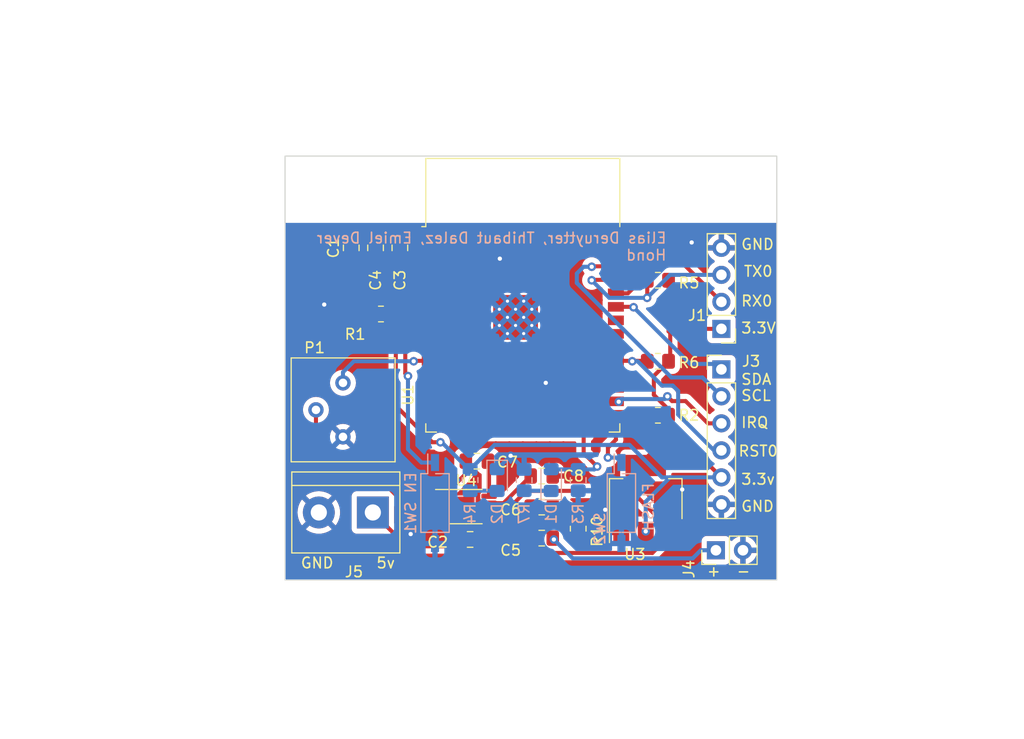
<source format=kicad_pcb>
(kicad_pcb (version 20221018) (generator pcbnew)
  (layers (0 "F.Cu" signal) (31 "B.Cu" signal) (34 "B.Paste" user) (35 "F.Paste" user) (36 "B.SilkS" user "B.Silkscreen") (37 "F.SilkS" user "F.Silkscreen") (38 "B.Mask" user) (39 "F.Mask" user) (44 "Edge.Cuts" user))
  (net 0 "")
  (net 1 "+3.3V")
  (net 2 "GND")
  (net 3 "VDD")
  (net 4 "Net-(D1-K)")
  (net 5 "GPIO2")
  (net 6 "Net-(D2-A)")
  (net 7 "RX0")
  (net 8 "TX0")
  (net 9 "/EN")
  (net 10 "GPIO0")
  (net 11 "GPIO5")
  (net 12 "Net-(C5-Pad1)")
  (net 13 "Net-(J4-Pin_1)")
  (net 14 "Net-(C6-Pad2)")
  (net 15 "Net-(C7-Pad1)")
  (net 16 "Net-(C7-Pad2)")
  (net 17 "Net-(U4-BYPASS)")
  (net 18 "A8")
  (net 19 "Net-(U4-+)")
  (net 31 "GPIO4")
  (net 37 "GPIO21")
  (net 38 "GPIO22")
  (footprint "RF_Module:ESP32-WROOM-32" (layer "F.Cu") (at 125.095 64.852)
    (fp_text reference "U1" (at -10.795 6.395 90) (layer "F.SilkS"))
    (fp_text value "ESP32-WROOM-32")
    (fp_line (start -9.12 -15.86) (end -9.12 -9.445) (stroke (width 0.12)) (layer "F.SilkS"))
    (fp_line (start -9.12 -15.86) (end 9.12 -15.86) (stroke (width 0.12)) (layer "F.SilkS"))
    (fp_line (start -9.12 -9.445) (end -9.5 -9.445) (stroke (width 0.12)) (layer "F.SilkS"))
    (fp_line (start -9.12 9.1) (end -9.12 9.88) (stroke (width 0.12)) (layer "F.SilkS"))
    (fp_line (start -9.12 9.88) (end -8.12 9.88) (stroke (width 0.12)) (layer "F.SilkS"))
    (fp_line (start 9.12 -15.86) (end 9.12 -9.445) (stroke (width 0.12)) (layer "F.SilkS"))
    (fp_line (start 9.12 9.1) (end 9.12 9.88) (stroke (width 0.12)) (layer "F.SilkS"))
    (fp_line (start 9.12 9.88) (end 8.12 9.88) (stroke (width 0.12)) (layer "F.SilkS"))
    (pad "1" smd rect (at -8.75 -8.25) (size 1.5 0.9) (layers "F.Cu" "F.Paste" "F.Mask") (net 2 "GND"))
    (pad "2" smd rect (at -8.75 -6.98) (size 1.5 0.9) (layers "F.Cu" "F.Paste" "F.Mask") (net 1 "+3.3V"))
    (pad "3" smd rect (at -8.75 -5.71) (size 1.5 0.9) (layers "F.Cu" "F.Paste" "F.Mask") (net 9 "/EN"))
    (pad "4" smd rect (at -8.75 -4.44) (size 1.5 0.9) (layers "F.Cu" "F.Paste" "F.Mask"))
    (pad "5" smd rect (at -8.75 -3.17) (size 1.5 0.9) (layers "F.Cu" "F.Paste" "F.Mask"))
    (pad "6" smd rect (at -8.75 -1.9) (size 1.5 0.9) (layers "F.Cu" "F.Paste" "F.Mask"))
    (pad "7" smd rect (at -8.75 -0.63) (size 1.5 0.9) (layers "F.Cu" "F.Paste" "F.Mask"))
    (pad "8" smd rect (at -8.75 0.64) (size 1.5 0.9) (layers "F.Cu" "F.Paste" "F.Mask"))
    (pad "9" smd rect (at -8.75 1.91) (size 1.5 0.9) (layers "F.Cu" "F.Paste" "F.Mask"))
    (pad "10" smd rect (at -8.75 3.18) (size 1.5 0.9) (layers "F.Cu" "F.Paste" "F.Mask") (net 18 "A8"))
    (pad "11" smd rect (at -8.75 4.45) (size 1.5 0.9) (layers "F.Cu" "F.Paste" "F.Mask"))
    (pad "12" smd rect (at -8.75 5.72) (size 1.5 0.9) (layers "F.Cu" "F.Paste" "F.Mask"))
    (pad "13" smd rect (at -8.75 6.99) (size 1.5 0.9) (layers "F.Cu" "F.Paste" "F.Mask"))
    (pad "14" smd rect (at -8.75 8.26) (size 1.5 0.9) (layers "F.Cu" "F.Paste" "F.Mask"))
    (pad "15" smd rect (at -5.71 9.51 90) (size 1.5 0.9) (layers "F.Cu" "F.Paste" "F.Mask") (net 2 "GND"))
    (pad "16" smd rect (at -4.44 9.51 90) (size 1.5 0.9) (layers "F.Cu" "F.Paste" "F.Mask"))
    (pad "17" smd rect (at -3.17 9.51 90) (size 1.5 0.9) (layers "F.Cu" "F.Paste" "F.Mask"))
    (pad "18" smd rect (at -1.9 9.51 90) (size 1.5 0.9) (layers "F.Cu" "F.Paste" "F.Mask"))
    (pad "19" smd rect (at -0.63 9.51 90) (size 1.5 0.9) (layers "F.Cu" "F.Paste" "F.Mask"))
    (pad "20" smd rect (at 0.64 9.51 90) (size 1.5 0.9) (layers "F.Cu" "F.Paste" "F.Mask"))
    (pad "21" smd rect (at 1.91 9.51 90) (size 1.5 0.9) (layers "F.Cu" "F.Paste" "F.Mask"))
    (pad "22" smd rect (at 3.18 9.51 90) (size 1.5 0.9) (layers "F.Cu" "F.Paste" "F.Mask"))
    (pad "23" smd rect (at 4.45 9.51 90) (size 1.5 0.9) (layers "F.Cu" "F.Paste" "F.Mask"))
    (pad "24" smd rect (at 5.72 9.51 90) (size 1.5 0.9) (layers "F.Cu" "F.Paste" "F.Mask") (net 5 "GPIO2"))
    (pad "25" smd rect (at 8.75 8.26) (size 1.5 0.9) (layers "F.Cu" "F.Paste" "F.Mask") (net 10 "GPIO0"))
    (pad "26" smd rect (at 8.75 6.99) (size 1.5 0.9) (layers "F.Cu" "F.Paste" "F.Mask") (net 31 "GPIO4"))
    (pad "27" smd rect (at 8.75 5.72) (size 1.5 0.9) (layers "F.Cu" "F.Paste" "F.Mask"))
    (pad "28" smd rect (at 8.75 4.45) (size 1.5 0.9) (layers "F.Cu" "F.Paste" "F.Mask"))
    (pad "29" smd rect (at 8.75 3.18) (size 1.5 0.9) (layers "F.Cu" "F.Paste" "F.Mask") (net 11 "GPIO5"))
    (pad "30" smd rect (at 8.75 1.91) (size 1.5 0.9) (layers "F.Cu" "F.Paste" "F.Mask"))
    (pad "31" smd rect (at 8.75 0.64) (size 1.5 0.9) (layers "F.Cu" "F.Paste" "F.Mask"))
    (pad "32" smd rect (at 8.75 -0.63) (size 1.5 0.9) (layers "F.Cu" "F.Paste" "F.Mask"))
    (pad "33" smd rect (at 8.75 -1.9) (size 1.5 0.9) (layers "F.Cu" "F.Paste" "F.Mask") (net 37 "GPIO21"))
    (pad "34" smd rect (at 8.75 -3.17) (size 1.5 0.9) (layers "F.Cu" "F.Paste" "F.Mask") (net 7 "RX0"))
    (pad "35" smd rect (at 8.75 -4.44) (size 1.5 0.9) (layers "F.Cu" "F.Paste" "F.Mask") (net 8 "TX0"))
    (pad "36" smd rect (at 8.75 -5.71) (size 1.5 0.9) (layers "F.Cu" "F.Paste" "F.Mask") (net 38 "GPIO22"))
    (pad "37" smd rect (at 8.75 -6.98) (size 1.5 0.9) (layers "F.Cu" "F.Paste" "F.Mask"))
    (pad "38" smd rect (at 8.75 -8.25) (size 1.5 0.9) (layers "F.Cu" "F.Paste" "F.Mask") (net 2 "GND"))
    (pad "39" smd rect (at -2.205 -2.435) (size 1.05 1.05) (layers "F.Cu" "F.Paste") (net 2 "GND"))
    (pad "39" thru_hole circle (at -2.205 -1.6725) (size 0.6 0.6) (drill 0.3) (property pad_prop_heatsink) (layers "*.Cu" "F.Mask") (net 2 "GND"))
    (pad "39" smd rect (at -2.205 -0.91) (size 1.05 1.05) (layers "F.Cu" "F.Paste") (net 2 "GND"))
    (pad "39" thru_hole circle (at -2.205 -0.1475) (size 0.6 0.6) (drill 0.3) (property pad_prop_heatsink) (layers "*.Cu" "F.Mask") (net 2 "GND"))
    (pad "39" smd rect (at -2.205 0.615) (size 1.05 1.05) (layers "F.Cu" "F.Paste") (net 2 "GND"))
    (pad "39" thru_hole circle (at -1.4425 -2.435) (size 0.6 0.6) (drill 0.3) (property pad_prop_heatsink) (layers "*.Cu" "F.Mask") (net 2 "GND"))
    (pad "39" thru_hole circle (at -1.4425 -0.91) (size 0.6 0.6) (drill 0.3) (property pad_prop_heatsink) (layers "*.Cu" "F.Mask") (net 2 "GND"))
    (pad "39" thru_hole circle (at -1.4425 0.615) (size 0.6 0.6) (drill 0.3) (property pad_prop_heatsink) (layers "*.Cu" "F.Mask") (net 2 "GND"))
    (pad "39" smd rect (at -0.68 -2.435) (size 1.05 1.05) (layers "F.Cu" "F.Paste") (net 2 "GND"))
    (pad "39" thru_hole circle (at -0.68 -1.6725) (size 0.6 0.6) (drill 0.3) (property pad_prop_heatsink) (layers "*.Cu" "F.Mask") (net 2 "GND"))
    (pad "39" smd rect (at -0.68 -0.91) (size 1.05 1.05) (layers "F.Cu" "F.Paste") (net 2 "GND"))
    (pad "39" smd rect (at -0.68 -0.91) (size 4.2 4.2) (layers "F.Cu" "F.Mask") (net 2 "GND"))
    (pad "39" thru_hole circle (at -0.68 -0.1475) (size 0.6 0.6) (drill 0.3) (property pad_prop_heatsink) (layers "*.Cu" "F.Mask") (net 2 "GND"))
    (pad "39" smd rect (at -0.68 0.615) (size 1.05 1.05) (layers "F.Cu" "F.Paste") (net 2 "GND"))
    (pad "39" thru_hole circle (at 0.0825 -2.435) (size 0.6 0.6) (drill 0.3) (property pad_prop_heatsink) (layers "*.Cu" "F.Mask") (net 2 "GND"))
    (pad "39" thru_hole circle (at 0.0825 -0.91) (size 0.6 0.6) (drill 0.3) (property pad_prop_heatsink) (layers "*.Cu" "F.Mask") (net 2 "GND"))
    (pad "39" thru_hole circle (at 0.0825 0.615) (size 0.6 0.6) (drill 0.3) (property pad_prop_heatsink) (layers "*.Cu" "F.Mask") (net 2 "GND"))
    (pad "39" smd rect (at 0.845 -2.435) (size 1.05 1.05) (layers "F.Cu" "F.Paste") (net 2 "GND"))
    (pad "39" thru_hole circle (at 0.845 -1.6725) (size 0.6 0.6) (drill 0.3) (property pad_prop_heatsink) (layers "*.Cu" "F.Mask") (net 2 "GND"))
    (pad "39" smd rect (at 0.845 -0.91) (size 1.05 1.05) (layers "F.Cu" "F.Paste") (net 2 "GND"))
    (pad "39" thru_hole circle (at 0.845 -0.1475) (size 0.6 0.6) (drill 0.3) (property pad_prop_heatsink) (layers "*.Cu" "F.Mask") (net 2 "GND"))
    (pad "39" smd rect (at 0.845 0.615) (size 1.05 1.05) (layers "F.Cu" "F.Paste") (net 2 "GND"))
    (zone (net 0) (net_name "") (layers "F.Cu" "In1.Cu" "B.Cu") (connect_pads (clearance 0)) (min_thickness 0.254)
      (keepout (tracks not_allowed) (vias not_allowed) (pads not_allowed) (copperpour not_allowed) (footprints not_allowed))
      (fill (thermal_gap 0.508) (thermal_bridge_width 0.508))
      (polygon (pts (xy 101.095 55.052) (xy 149.095 55.052) (xy 149.095 34.112) (xy 101.095 34.112)))
    )
  )
  (footprint "Connector_PinHeader_2.54mm:PinHeader_1x06_P2.54mm_Vertical" (layer "F.Cu") (at 143.764 68.834)
    (fp_text reference "J3" (at 2.794 -0.762) (layer "F.SilkS"))
    (fp_text value "Conn_01x06_Pin")
    (fp_line (start -1.33 -1.33) (end 0 -1.33) (stroke (width 0.12)) (layer "F.SilkS"))
    (fp_line (start -1.33 0) (end -1.33 -1.33) (stroke (width 0.12)) (layer "F.SilkS"))
    (fp_line (start -1.33 1.27) (end -1.33 14.03) (stroke (width 0.12)) (layer "F.SilkS"))
    (fp_line (start -1.33 1.27) (end 1.33 1.27) (stroke (width 0.12)) (layer "F.SilkS"))
    (fp_line (start -1.33 14.03) (end 1.33 14.03) (stroke (width 0.12)) (layer "F.SilkS"))
    (fp_line (start 1.33 1.27) (end 1.33 14.03) (stroke (width 0.12)) (layer "F.SilkS"))
    (pad "1" thru_hole rect (at 0 0) (size 1.7 1.7) (drill 1) (layers "*.Cu" "*.Mask") (net 37 "GPIO21"))
    (pad "2" thru_hole oval (at 0 2.54) (size 1.7 1.7) (drill 1) (layers "*.Cu" "*.Mask") (net 38 "GPIO22"))
    (pad "3" thru_hole oval (at 0 5.08) (size 1.7 1.7) (drill 1) (layers "*.Cu" "*.Mask") (net 31 "GPIO4"))
    (pad "4" thru_hole oval (at 0 7.62) (size 1.7 1.7) (drill 1) (layers "*.Cu" "*.Mask") (net 11 "GPIO5"))
    (pad "5" thru_hole oval (at 0 10.16) (size 1.7 1.7) (drill 1) (layers "*.Cu" "*.Mask") (net 1 "+3.3V"))
    (pad "6" thru_hole oval (at 0 12.7) (size 1.7 1.7) (drill 1) (layers "*.Cu" "*.Mask") (net 2 "GND"))
  )
  (footprint "Capacitor_SMD:C_0805_2012Metric_Pad1.18x1.45mm_HandSolder" (layer "F.Cu") (at 120.142 84.836 180)
    (fp_text reference "C2" (at 3.048 -0.254) (layer "F.SilkS"))
    (fp_text value "10uF")
    (fp_line (start -0.261252 -0.735) (end 0.261252 -0.735) (stroke (width 0.12)) (layer "F.SilkS"))
    (fp_line (start -0.261252 0.735) (end 0.261252 0.735) (stroke (width 0.12)) (layer "F.SilkS"))
    (pad "1" smd roundrect (at -1.0375 0 180) (size 1.175 1.45) (layers "F.Cu" "F.Paste" "F.Mask") (roundrect_rratio 0.2127659574) (net 3 "VDD"))
    (pad "2" smd roundrect (at 1.0375 0 180) (size 1.175 1.45) (layers "F.Cu" "F.Paste" "F.Mask") (roundrect_rratio 0.2127659574) (net 2 "GND"))
  )
  (footprint "Package_TO_SOT_SMD:SOT-223-3_TabPin2" (layer "F.Cu") (at 136.652 81.026 90)
    (fp_text reference "U3" (at -5.207 -1.016 180) (layer "F.SilkS"))
    (fp_text value "AMS1117-3.3")
    (fp_line (start -4.1 -3.41) (end 1.91 -3.41) (stroke (width 0.12)) (layer "F.SilkS"))
    (fp_line (start -1.85 3.41) (end 1.91 3.41) (stroke (width 0.12)) (layer "F.SilkS"))
    (fp_line (start 1.91 -3.41) (end 1.91 -2.15) (stroke (width 0.12)) (layer "F.SilkS"))
    (fp_line (start 1.91 3.41) (end 1.91 2.15) (stroke (width 0.12)) (layer "F.SilkS"))
    (pad "1" smd rect (at -3.15 -2.3 90) (size 2 1.5) (layers "F.Cu" "F.Paste" "F.Mask") (net 2 "GND"))
    (pad "2" smd rect (at -3.15 0 90) (size 2 1.5) (layers "F.Cu" "F.Paste" "F.Mask") (net 1 "+3.3V"))
    (pad "2" smd rect (at 3.15 0 90) (size 2 3.8) (layers "F.Cu" "F.Paste" "F.Mask") (net 1 "+3.3V"))
    (pad "3" smd rect (at -3.15 2.3 90) (size 2 1.5) (layers "F.Cu" "F.Paste" "F.Mask") (net 3 "VDD"))
  )
  (footprint "Capacitor_SMD:C_0805_2012Metric_Pad1.18x1.45mm_HandSolder" (layer "F.Cu") (at 126.873 81.788)
    (fp_text reference "C6" (at -2.921 0.254) (layer "F.SilkS"))
    (fp_text value "10p")
    (fp_line (start -0.261252 -0.735) (end 0.261252 -0.735) (stroke (width 0.12)) (layer "F.SilkS"))
    (fp_line (start -0.261252 0.735) (end 0.261252 0.735) (stroke (width 0.12)) (layer "F.SilkS"))
    (pad "1" smd roundrect (at -1.0375 0) (size 1.175 1.45) (layers "F.Cu" "F.Paste" "F.Mask") (roundrect_rratio 0.2127659574) (net 12 "Net-(C5-Pad1)"))
    (pad "2" smd roundrect (at 1.0375 0) (size 1.175 1.45) (layers "F.Cu" "F.Paste" "F.Mask") (roundrect_rratio 0.2127659574) (net 14 "Net-(C6-Pad2)"))
  )
  (footprint "Resistor_SMD:R_0805_2012Metric_Pad1.20x1.40mm_HandSolder" (layer "F.Cu") (at 111.76 63.627)
    (fp_text reference "R1" (at -2.428 1.905) (layer "F.SilkS"))
    (fp_text value "10K")
    (fp_line (start -0.227064 -0.735) (end 0.227064 -0.735) (stroke (width 0.12)) (layer "F.SilkS"))
    (fp_line (start -0.227064 0.735) (end 0.227064 0.735) (stroke (width 0.12)) (layer "F.SilkS"))
    (pad "1" smd roundrect (at -1 0) (size 1.2 1.4) (layers "F.Cu" "F.Paste" "F.Mask") (roundrect_rratio 0.2083333333) (net 1 "+3.3V"))
    (pad "2" smd roundrect (at 1 0) (size 1.2 1.4) (layers "F.Cu" "F.Paste" "F.Mask") (roundrect_rratio 0.2083333333) (net 9 "/EN"))
  )
  (footprint "Connector_PinHeader_2.54mm:PinHeader_1x02_P2.54mm_Vertical" (layer "F.Cu") (at 143.251 85.852 90)
    (fp_text reference "J4" (at -1.778 -2.535 90) (layer "F.SilkS"))
    (fp_text value "Conn_01x02_Pin")
    (fp_line (start -1.33 -1.33) (end 0 -1.33) (stroke (width 0.12)) (layer "F.SilkS"))
    (fp_line (start -1.33 0) (end -1.33 -1.33) (stroke (width 0.12)) (layer "F.SilkS"))
    (fp_line (start -1.33 1.27) (end -1.33 3.87) (stroke (width 0.12)) (layer "F.SilkS"))
    (fp_line (start -1.33 1.27) (end 1.33 1.27) (stroke (width 0.12)) (layer "F.SilkS"))
    (fp_line (start -1.33 3.87) (end 1.33 3.87) (stroke (width 0.12)) (layer "F.SilkS"))
    (fp_line (start 1.33 1.27) (end 1.33 3.87) (stroke (width 0.12)) (layer "F.SilkS"))
    (pad "1" thru_hole rect (at 0 0 90) (size 1.7 1.7) (drill 1) (layers "*.Cu" "*.Mask") (net 13 "Net-(J4-Pin_1)"))
    (pad "2" thru_hole oval (at 0 2.54 90) (size 1.7 1.7) (drill 1) (layers "*.Cu" "*.Mask") (net 2 "GND"))
  )
  (footprint "Package_SO:HVSSOP-8-1EP_3x3mm_P0.65mm_EP1.57x1.89mm" (layer "F.Cu") (at 119.77 81.747)
    (fp_text reference "U4" (at 0 -2.45) (layer "F.SilkS"))
    (fp_text value "LM386")
    (fp_line (start 0 -1.61) (end -2.875 -1.61) (stroke (width 0.12)) (layer "F.SilkS"))
    (fp_line (start 0 -1.61) (end 1.5 -1.61) (stroke (width 0.12)) (layer "F.SilkS"))
    (fp_line (start 0 1.61) (end -1.5 1.61) (stroke (width 0.12)) (layer "F.SilkS"))
    (fp_line (start 0 1.61) (end 1.5 1.61) (stroke (width 0.12)) (layer "F.SilkS"))
    (pad "1" smd roundrect (at -2.15 -0.975) (size 1.45 0.5) (layers "F.Cu" "F.Paste" "F.Mask") (net 15 "Net-(C7-Pad1)"))
    (pad "2" smd roundrect (at -2.15 -0.325) (size 1.45 0.5) (layers "F.Cu" "F.Paste" "F.Mask") (net 2 "GND"))
    (pad "3" smd roundrect (at -2.15 0.325) (size 1.45 0.5) (layers "F.Cu" "F.Paste" "F.Mask") (net 19 "Net-(U4-+)"))
    (pad "4" smd roundrect (at -2.15 0.975) (size 1.45 0.5) (layers "F.Cu" "F.Paste" "F.Mask") (net 2 "GND"))
    (pad "5" smd roundrect (at 2.15 0.975) (size 1.45 0.5) (layers "F.Cu" "F.Paste" "F.Mask") (net 12 "Net-(C5-Pad1)"))
    (pad "6" smd roundrect (at 2.15 0.325) (size 1.45 0.5) (layers "F.Cu" "F.Paste" "F.Mask") (net 3 "VDD"))
    (pad "7" smd roundrect (at 2.15 -0.325) (size 1.45 0.5) (layers "F.Cu" "F.Paste" "F.Mask") (net 17 "Net-(U4-BYPASS)"))
    (pad "8" smd roundrect (at 2.15 -0.975) (size 1.45 0.5) (layers "F.Cu" "F.Paste" "F.Mask") (net 16 "Net-(C7-Pad2)"))
    (pad "9" smd rect (at 0 0) (size 1.57 1.89) (layers "F.Cu" "F.Mask"))
  )
  (footprint "Resistor_SMD:R_0805_2012Metric_Pad1.20x1.40mm_HandSolder" (layer "F.Cu") (at 137.795 73.152 180)
    (fp_text reference "R2" (at -2.921 0) (layer "F.SilkS"))
    (fp_text value "10K")
    (fp_line (start -0.227064 -0.735) (end 0.227064 -0.735) (stroke (width 0.12)) (layer "F.SilkS"))
    (fp_line (start -0.227064 0.735) (end 0.227064 0.735) (stroke (width 0.12)) (layer "F.SilkS"))
    (pad "1" smd roundrect (at -1 0 180) (size 1.2 1.4) (layers "F.Cu" "F.Paste" "F.Mask") (roundrect_rratio 0.2083333333) (net 1 "+3.3V"))
    (pad "2" smd roundrect (at 1 0 180) (size 1.2 1.4) (layers "F.Cu" "F.Paste" "F.Mask") (roundrect_rratio 0.2083333333) (net 10 "GPIO0"))
  )
  (footprint "Resistor_SMD:R_0805_2012Metric_Pad1.20x1.40mm_HandSolder" (layer "F.Cu") (at 137.795 60.452 180)
    (fp_text reference "R5" (at -2.921 -0.254) (layer "F.SilkS"))
    (fp_text value "10K")
    (fp_line (start -0.227064 -0.735) (end 0.227064 -0.735) (stroke (width 0.12)) (layer "F.SilkS"))
    (fp_line (start -0.227064 0.735) (end 0.227064 0.735) (stroke (width 0.12)) (layer "F.SilkS"))
    (pad "1" smd roundrect (at -1 0 180) (size 1.2 1.4) (layers "F.Cu" "F.Paste" "F.Mask") (roundrect_rratio 0.2083333333) (net 1 "+3.3V"))
    (pad "2" smd roundrect (at 1 0 180) (size 1.2 1.4) (layers "F.Cu" "F.Paste" "F.Mask") (roundrect_rratio 0.2083333333) (net 8 "TX0"))
  )
  (footprint "Resistor_SMD:R_0805_2012Metric_Pad1.20x1.40mm_HandSolder" (layer "F.Cu") (at 130.302 83.82 90)
    (fp_text reference "R10" (at -0.254 1.778 90) (layer "F.SilkS"))
    (fp_text value "100")
    (fp_line (start -0.227064 -0.735) (end 0.227064 -0.735) (stroke (width 0.12)) (layer "F.SilkS"))
    (fp_line (start -0.227064 0.735) (end 0.227064 0.735) (stroke (width 0.12)) (layer "F.SilkS"))
    (pad "1" smd roundrect (at -1 0 90) (size 1.2 1.4) (layers "F.Cu" "F.Paste" "F.Mask") (roundrect_rratio 0.2083333333) (net 2 "GND"))
    (pad "2" smd roundrect (at 1 0 90) (size 1.2 1.4) (layers "F.Cu" "F.Paste" "F.Mask") (roundrect_rratio 0.2083333333) (net 14 "Net-(C6-Pad2)"))
  )
  (footprint "Resistor_SMD:R_0805_2012Metric_Pad1.20x1.40mm_HandSolder" (layer "F.Cu") (at 137.795 68.072 180)
    (fp_text reference "R6" (at -2.921 -0.127) (layer "F.SilkS"))
    (fp_text value "10K")
    (fp_line (start -0.227064 -0.735) (end 0.227064 -0.735) (stroke (width 0.12)) (layer "F.SilkS"))
    (fp_line (start -0.227064 0.735) (end 0.227064 0.735) (stroke (width 0.12)) (layer "F.SilkS"))
    (pad "1" smd roundrect (at -1 0 180) (size 1.2 1.4) (layers "F.Cu" "F.Paste" "F.Mask") (roundrect_rratio 0.2083333333) (net 1 "+3.3V"))
    (pad "2" smd roundrect (at 1 0 180) (size 1.2 1.4) (layers "F.Cu" "F.Paste" "F.Mask") (roundrect_rratio 0.2083333333) (net 11 "GPIO5"))
  )
  (footprint "TerminalBlock:TerminalBlock_bornier-2_P5.08mm" (layer "F.Cu") (at 110.998 82.296 180)
    (fp_text reference "J5" (at 1.778 -5.588) (layer "F.SilkS"))
    (fp_text value "Screw_Terminal_01x02")
    (fp_line (start -2.54 -3.81) (end -2.54 3.81) (stroke (width 0.12)) (layer "F.SilkS"))
    (fp_line (start -2.54 3.81) (end 7.62 3.81) (stroke (width 0.12)) (layer "F.SilkS"))
    (fp_line (start 7.62 -3.81) (end -2.54 -3.81) (stroke (width 0.12)) (layer "F.SilkS"))
    (fp_line (start 7.62 2.54) (end -2.54 2.54) (stroke (width 0.12)) (layer "F.SilkS"))
    (fp_line (start 7.62 3.81) (end 7.62 -3.81) (stroke (width 0.12)) (layer "F.SilkS"))
    (pad "1" thru_hole rect (at 0 0 180) (size 3 3) (drill 1.52) (layers "*.Cu" "*.Mask") (net 3 "VDD"))
    (pad "2" thru_hole circle (at 5.08 0 180) (size 3 3) (drill 1.52) (layers "*.Cu" "*.Mask") (net 2 "GND"))
  )
  (footprint "Capacitor_SMD:C_0805_2012Metric_Pad1.18x1.45mm_HandSolder" (layer "F.Cu") (at 108.966 57.404 90)
    (fp_text reference "C1" (at 0 -1.68 90) (layer "F.SilkS"))
    (fp_text value "100u")
    (fp_line (start -0.261252 -0.735) (end 0.261252 -0.735) (stroke (width 0.12)) (layer "F.SilkS"))
    (fp_line (start -0.261252 0.735) (end 0.261252 0.735) (stroke (width 0.12)) (layer "F.SilkS"))
    (pad "1" smd roundrect (at -1.0375 0 90) (size 1.175 1.45) (layers "F.Cu" "F.Paste" "F.Mask") (roundrect_rratio 0.212766) (net 1 "+3.3V"))
    (pad "2" smd roundrect (at 1.0375 0 90) (size 1.175 1.45) (layers "F.Cu" "F.Paste" "F.Mask") (roundrect_rratio 0.212766) (net 2 "GND"))
  )
  (footprint "Capacitor_SMD:C_0805_2012Metric_Pad1.18x1.45mm_HandSolder" (layer "F.Cu") (at 126.873 78.867)
    (fp_text reference "C8" (at 2.996 0) (layer "F.SilkS"))
    (fp_text value "10u")
    (fp_line (start -0.261252 -0.735) (end 0.261252 -0.735) (stroke (width 0.12)) (layer "F.SilkS"))
    (fp_line (start -0.261252 0.735) (end 0.261252 0.735) (stroke (width 0.12)) (layer "F.SilkS"))
    (pad "1" smd roundrect (at -1.0375 0) (size 1.175 1.45) (layers "F.Cu" "F.Paste" "F.Mask") (roundrect_rratio 0.2127659574) (net 17 "Net-(U4-BYPASS)"))
    (pad "2" smd roundrect (at 1.0375 0) (size 1.175 1.45) (layers "F.Cu" "F.Paste" "F.Mask") (roundrect_rratio 0.2127659574) (net 2 "GND"))
  )
  (footprint "Capacitor_SMD:C_0805_2012Metric_Pad1.18x1.45mm_HandSolder" (layer "F.Cu") (at 120.777 77.47)
    (fp_text reference "C7" (at 2.869 0.089) (layer "F.SilkS"))
    (fp_text value "10u")
    (fp_line (start -0.261252 -0.735) (end 0.261252 -0.735) (stroke (width 0.12)) (layer "F.SilkS"))
    (fp_line (start -0.261252 0.735) (end 0.261252 0.735) (stroke (width 0.12)) (layer "F.SilkS"))
    (pad "1" smd roundrect (at -1.0375 0) (size 1.175 1.45) (layers "F.Cu" "F.Paste" "F.Mask") (roundrect_rratio 0.2127659574) (net 15 "Net-(C7-Pad1)"))
    (pad "2" smd roundrect (at 1.0375 0) (size 1.175 1.45) (layers "F.Cu" "F.Paste" "F.Mask") (roundrect_rratio 0.2127659574) (net 16 "Net-(C7-Pad2)"))
  )
  (footprint "Capacitor_SMD:C_0805_2012Metric_Pad1.18x1.45mm_HandSolder" (layer "F.Cu") (at 126.873 84.709)
    (fp_text reference "C5" (at -2.921 1.143) (layer "F.SilkS"))
    (fp_text value "100u")
    (fp_line (start -0.261252 -0.735) (end 0.261252 -0.735) (stroke (width 0.12)) (layer "F.SilkS"))
    (fp_line (start -0.261252 0.735) (end 0.261252 0.735) (stroke (width 0.12)) (layer "F.SilkS"))
    (pad "1" smd roundrect (at -1.0375 0) (size 1.175 1.45) (layers "F.Cu" "F.Paste" "F.Mask") (roundrect_rratio 0.2127659574) (net 12 "Net-(C5-Pad1)"))
    (pad "2" smd roundrect (at 1.0375 0) (size 1.175 1.45) (layers "F.Cu" "F.Paste" "F.Mask") (roundrect_rratio 0.2127659574) (net 13 "Net-(J4-Pin_1)"))
  )
  (footprint "Connector_PinHeader_2.54mm:PinHeader_1x04_P2.54mm_Vertical" (layer "F.Cu") (at 143.764 65.024 180)
    (fp_text reference "J1" (at 2.286 1.27 180) (layer "F.SilkS"))
    (fp_text value "Conn_01x04_Pin")
    (fp_line (start -1.33 -1.33) (end 0 -1.33) (stroke (width 0.12)) (layer "F.SilkS"))
    (fp_line (start -1.33 0) (end -1.33 -1.33) (stroke (width 0.12)) (layer "F.SilkS"))
    (fp_line (start -1.33 1.27) (end -1.33 8.95) (stroke (width 0.12)) (layer "F.SilkS"))
    (fp_line (start -1.33 1.27) (end 1.33 1.27) (stroke (width 0.12)) (layer "F.SilkS"))
    (fp_line (start -1.33 8.95) (end 1.33 8.95) (stroke (width 0.12)) (layer "F.SilkS"))
    (fp_line (start 1.33 1.27) (end 1.33 8.95) (stroke (width 0.12)) (layer "F.SilkS"))
    (pad "1" thru_hole rect (at 0 0 180) (size 1.7 1.7) (drill 1) (layers "*.Cu" "*.Mask") (net 1 "+3.3V"))
    (pad "2" thru_hole oval (at 0 2.54 180) (size 1.7 1.7) (drill 1) (layers "*.Cu" "*.Mask") (net 7 "RX0"))
    (pad "3" thru_hole oval (at 0 5.08 180) (size 1.7 1.7) (drill 1) (layers "*.Cu" "*.Mask") (net 8 "TX0"))
    (pad "4" thru_hole oval (at 0 7.62 180) (size 1.7 1.7) (drill 1) (layers "*.Cu" "*.Mask") (net 2 "GND"))
  )
  (footprint "Capacitor_SMD:C_0805_2012Metric_Pad1.18x1.45mm_HandSolder" (layer "F.Cu") (at 111.252 57.404 90)
    (fp_text reference "C4" (at -3.048 0 90) (layer "F.SilkS"))
    (fp_text value "10uF")
    (fp_line (start -0.261252 -0.735) (end 0.261252 -0.735) (stroke (width 0.12)) (layer "F.SilkS"))
    (fp_line (start -0.261252 0.735) (end 0.261252 0.735) (stroke (width 0.12)) (layer "F.SilkS"))
    (pad "1" smd roundrect (at -1.0375 0 90) (size 1.175 1.45) (layers "F.Cu" "F.Paste" "F.Mask") (roundrect_rratio 0.2127659574) (net 1 "+3.3V"))
    (pad "2" smd roundrect (at 1.0375 0 90) (size 1.175 1.45) (layers "F.Cu" "F.Paste" "F.Mask") (roundrect_rratio 0.2127659574) (net 2 "GND"))
  )
  (footprint "Capacitor_SMD:C_0805_2012Metric_Pad1.18x1.45mm_HandSolder" (layer "F.Cu") (at 113.538 57.404 -90)
    (fp_text reference "C3" (at 3.048 0 90) (layer "F.SilkS"))
    (fp_text value "100nF")
    (fp_line (start -0.261252 -0.735) (end 0.261252 -0.735) (stroke (width 0.12)) (layer "F.SilkS"))
    (fp_line (start -0.261252 0.735) (end 0.261252 0.735) (stroke (width 0.12)) (layer "F.SilkS"))
    (pad "1" smd roundrect (at -1.0375 0 270) (size 1.175 1.45) (layers "F.Cu" "F.Paste" "F.Mask") (roundrect_rratio 0.2127659574) (net 2 "GND"))
    (pad "2" smd roundrect (at 1.0375 0 270) (size 1.175 1.45) (layers "F.Cu" "F.Paste" "F.Mask") (roundrect_rratio 0.2127659574) (net 1 "+3.3V"))
  )
  (footprint "Potentiometer_THT:Potentiometer_Bourns_3386P_Vertical" (layer "F.Cu") (at 108.189 70.104 180)
    (fp_text reference "P1" (at 2.667 3.302 180) (layer "F.SilkS"))
    (fp_text value "10K")
    (fp_line (start -4.9 -7.425) (end -4.9 2.345) (stroke (width 0.12)) (layer "F.SilkS"))
    (fp_line (start -4.9 -7.425) (end 4.87 -7.425) (stroke (width 0.12)) (layer "F.SilkS"))
    (fp_line (start -4.9 2.345) (end 4.87 2.345) (stroke (width 0.12)) (layer "F.SilkS"))
    (fp_line (start 4.87 -7.425) (end 4.87 2.345) (stroke (width 0.12)) (layer "F.SilkS"))
    (pad "1" thru_hole circle (at 0 0 180) (size 1.44 1.44) (drill 0.8) (layers "*.Cu" "*.Mask") (net 18 "A8"))
    (pad "2" thru_hole circle (at 2.54 -2.54 180) (size 1.44 1.44) (drill 0.8) (layers "*.Cu" "*.Mask") (net 19 "Net-(U4-+)"))
    (pad "3" thru_hole circle (at 0 -5.08 180) (size 1.44 1.44) (drill 0.8) (layers "*.Cu" "*.Mask") (net 2 "GND"))
  )
  (footprint "Button_Switch_SMD:SW_DIP_SPSTx01_Slide_Copal_CHS-01B_W7.62mm_P1.27mm" (layer "B.Cu") (at 134.366 81.407 -90)
    (fp_text reference "SW2" (at 2.413 2.032 90) (layer "B.SilkS") (effects (justify mirror)))
    (fp_text value "FLASH" (at 0.381 -2.54 90) (layer "B.SilkS") (effects (justify mirror)))
    (fp_line (start -4.61 0.68) (end -2.76 0.68) (stroke (width 0.12)) (layer "B.SilkS"))
    (fp_line (start -2.76 -1.33) (end 2.76 -1.33) (stroke (width 0.12)) (layer "B.SilkS"))
    (fp_line (start -2.76 -0.061) (end -2.76 -1.33) (stroke (width 0.12)) (layer "B.SilkS"))
    (fp_line (start -2.76 1.33) (end -2.76 0.68) (stroke (width 0.12)) (layer "B.SilkS"))
    (fp_line (start -2.76 1.33) (end 2.76 1.33) (stroke (width 0.12)) (layer "B.SilkS"))
    (fp_line (start 2.76 -0.061) (end 2.76 -1.33) (stroke (width 0.12)) (layer "B.SilkS"))
    (fp_line (start 2.76 1.33) (end 2.76 0.061) (stroke (width 0.12)) (layer "B.SilkS"))
    (pad "1" smd rect (at -3.81 0 270) (size 1.6 0.76) (layers "B.Cu" "B.Paste" "B.Mask") (net 10 "GPIO0"))
    (pad "2" smd rect (at 3.81 0 270) (size 1.6 0.76) (layers "B.Cu" "B.Paste" "B.Mask") (net 2 "GND"))
  )
  (footprint "Button_Switch_SMD:SW_DIP_SPSTx01_Slide_Copal_CHS-01B_W7.62mm_P1.27mm" (layer "B.Cu") (at 116.84 81.407 -90)
    (fp_text reference "SW1" (at 1.397 2.286 90) (layer "B.SilkS") (effects (justify mirror)))
    (fp_text value "EN" (at -1.905 2.286 90) (layer "B.SilkS") (effects (justify mirror)))
    (fp_line (start -4.61 0.68) (end -2.76 0.68) (stroke (width 0.12)) (layer "B.SilkS"))
    (fp_line (start -2.76 -1.33) (end 2.76 -1.33) (stroke (width 0.12)) (layer "B.SilkS"))
    (fp_line (start -2.76 -0.061) (end -2.76 -1.33) (stroke (width 0.12)) (layer "B.SilkS"))
    (fp_line (start -2.76 1.33) (end -2.76 0.68) (stroke (width 0.12)) (layer "B.SilkS"))
    (fp_line (start -2.76 1.33) (end 2.76 1.33) (stroke (width 0.12)) (layer "B.SilkS"))
    (fp_line (start 2.76 -0.061) (end 2.76 -1.33) (stroke (width 0.12)) (layer "B.SilkS"))
    (fp_line (start 2.76 1.33) (end 2.76 0.061) (stroke (width 0.12)) (layer "B.SilkS"))
    (pad "1" smd rect (at -3.81 0 270) (size 1.6 0.76) (layers "B.Cu" "B.Paste" "B.Mask") (net 9 "/EN"))
    (pad "2" smd rect (at 3.81 0 270) (size 1.6 0.76) (layers "B.Cu" "B.Paste" "B.Mask") (net 2 "GND"))
  )
  (footprint "Resistor_SMD:R_0805_2012Metric_Pad1.20x1.40mm_HandSolder" (layer "B.Cu") (at 130.302 79.248 90)
    (fp_text reference "R3" (at -3.175 0 90) (layer "B.SilkS") (effects (justify mirror)))
    (fp_text value "10K")
    (fp_line (start -0.227064 -0.735) (end 0.227064 -0.735) (stroke (width 0.12)) (layer "B.SilkS"))
    (fp_line (start -0.227064 0.735) (end 0.227064 0.735) (stroke (width 0.12)) (layer "B.SilkS"))
    (pad "1" smd roundrect (at -1 0 90) (size 1.2 1.4) (layers "B.Cu" "B.Paste" "B.Mask") (roundrect_rratio 0.2083333333) (net 2 "GND"))
    (pad "2" smd roundrect (at 1 0 90) (size 1.2 1.4) (layers "B.Cu" "B.Paste" "B.Mask") (roundrect_rratio 0.2083333333) (net 5 "GPIO2"))
  )
  (footprint "Resistor_SMD:R_0805_2012Metric_Pad1.20x1.40mm_HandSolder" (layer "B.Cu") (at 125.222 79.248 90)
    (fp_text reference "R7" (at -3.175 0 90) (layer "B.SilkS") (effects (justify mirror)))
    (fp_text value "1K")
    (fp_line (start -0.227064 -0.735) (end 0.227064 -0.735) (stroke (width 0.12)) (layer "B.SilkS"))
    (fp_line (start -0.227064 0.735) (end 0.227064 0.735) (stroke (width 0.12)) (layer "B.SilkS"))
    (pad "1" smd roundrect (at -1 0 90) (size 1.2 1.4) (layers "B.Cu" "B.Paste" "B.Mask") (roundrect_rratio 0.2083333333) (net 4 "Net-(D1-K)"))
    (pad "2" smd roundrect (at 1 0 90) (size 1.2 1.4) (layers "B.Cu" "B.Paste" "B.Mask") (roundrect_rratio 0.2083333333) (net 2 "GND"))
  )
  (footprint "Resistor_SMD:R_0805_2012Metric_Pad1.20x1.40mm_HandSolder" (layer "B.Cu") (at 120.142 79.248 -90)
    (fp_text reference "R4" (at 3.175 0 -270) (layer "B.SilkS") (effects (justify mirror)))
    (fp_text value "1K")
    (fp_line (start -0.227064 -0.735) (end 0.227064 -0.735) (stroke (width 0.12)) (layer "B.SilkS"))
    (fp_line (start -0.227064 0.735) (end 0.227064 0.735) (stroke (width 0.12)) (layer "B.SilkS"))
    (pad "1" smd roundrect (at -1 0 270) (size 1.2 1.4) (layers "B.Cu" "B.Paste" "B.Mask") (roundrect_rratio 0.2083333333) (net 1 "+3.3V"))
    (pad "2" smd roundrect (at 1 0 270) (size 1.2 1.4) (layers "B.Cu" "B.Paste" "B.Mask") (roundrect_rratio 0.2083333333) (net 6 "Net-(D2-A)"))
  )
  (footprint "LED_SMD:LED_0805_2012Metric_Pad1.15x1.40mm_HandSolder" (layer "B.Cu") (at 122.682 79.248 -90)
    (fp_text reference "D2" (at 3.175 0 90) (layer "B.SilkS") (effects (justify mirror)))
    (fp_text value "PWR")
    (fp_line (start -1.86 -0.96) (end 1 -0.96) (stroke (width 0.12)) (layer "B.SilkS"))
    (fp_line (start -1.86 0.96) (end -1.86 -0.96) (stroke (width 0.12)) (layer "B.SilkS"))
    (fp_line (start 1 0.96) (end -1.86 0.96) (stroke (width 0.12)) (layer "B.SilkS"))
    (pad "1" smd roundrect (at -1.025 0 270) (size 1.15 1.4) (layers "B.Cu" "B.Paste" "B.Mask") (roundrect_rratio 0.2173913043) (net 2 "GND"))
    (pad "2" smd roundrect (at 1.025 0 270) (size 1.15 1.4) (layers "B.Cu" "B.Paste" "B.Mask") (roundrect_rratio 0.2173913043) (net 6 "Net-(D2-A)"))
  )
  (footprint "LED_SMD:LED_0805_2012Metric_Pad1.15x1.40mm_HandSolder" (layer "B.Cu") (at 127.762 79.248 90)
    (fp_text reference "D1" (at -3.175 0 90) (layer "B.SilkS") (effects (justify mirror)))
    (fp_text value "BLUE")
    (fp_line (start -1.86 -0.96) (end 1 -0.96) (stroke (width 0.12)) (layer "B.SilkS"))
    (fp_line (start -1.86 0.96) (end -1.86 -0.96) (stroke (width 0.12)) (layer "B.SilkS"))
    (fp_line (start 1 0.96) (end -1.86 0.96) (stroke (width 0.12)) (layer "B.SilkS"))
    (pad "1" smd roundrect (at -1.025 0 90) (size 1.15 1.4) (layers "B.Cu" "B.Paste" "B.Mask") (roundrect_rratio 0.2173913043) (net 4 "Net-(D1-K)"))
    (pad "2" smd roundrect (at 1.025 0 90) (size 1.15 1.4) (layers "B.Cu" "B.Paste" "B.Mask") (roundrect_rratio 0.2173913043) (net 5 "GPIO2"))
  )
  (gr_rect (start 102.743 48.768) (end 148.971 88.646) (stroke (width 0.1)) (fill none) (layer "Edge.Cuts"))
  (gr_text "Elias Deruytter, Thibaut Dalez, Emiel Dever\nHond" (at 138.684 58.674) (layer "B.SilkS") (effects (font (size 1 1)) (justify left bottom mirror)))
  (gr_text "RST0" (at 145.288 77.106) (layer "F.SilkS") (effects (font (size 1 1)) (justify left bottom)))
  (gr_text "TX0" (at 145.796 60.198) (layer "F.SilkS") (effects (font (size 1 1)) (justify left bottom)))
  (gr_text "IRQ" (at 145.542 74.422) (layer "F.SilkS") (effects (font (size 1 1)) (justify left bottom)))
  (gr_text "GND" (at 104.14 87.63) (layer "F.SilkS") (effects (font (size 1 1)) (justify left bottom)))
  (gr_text "+" (at 143.764 87.376 180) (layer "F.SilkS") (effects (font (size 1 1)) (justify left bottom)))
  (gr_text "SCL\n" (at 145.542 71.882) (layer "F.SilkS") (effects (font (size 1 1)) (justify left bottom)))
  (gr_text "-\n" (at 146.558 87.376 180) (layer "F.SilkS") (effects (font (size 1 1)) (justify left bottom)))
  (gr_text "3.3v" (at 145.542 79.756) (layer "F.SilkS") (effects (font (size 1 1)) (justify left bottom)))
  (gr_text "5v\n" (at 111.252 87.63) (layer "F.SilkS") (effects (font (size 1 1)) (justify left bottom)))
  (gr_text "SDA" (at 145.542 70.358) (layer "F.SilkS") (effects (font (size 1 1)) (justify left bottom)))
  (gr_text "GND" (at 145.542 57.658) (layer "F.SilkS") (effects (font (size 1 1)) (justify left bottom)))
  (gr_text "RX0" (at 145.542 62.992) (layer "F.SilkS") (effects (font (size 1 1)) (justify left bottom)))
  (gr_text "3.3V" (at 145.542 65.532) (layer "F.SilkS") (effects (font (size 1 1)) (justify left bottom)))
  (gr_text "GND\n" (at 145.542 82.296) (layer "F.SilkS") (effects (font (size 1 1)) (justify left bottom)))
  (segment (start 111.252 58.4415) (end 110.744 58.9495) (width 0.381) (layer "F.Cu") (net 1))
  (segment (start 139.017 65.024) (end 138.795 65.246) (width 0.381) (layer "F.Cu") (net 1))
  (segment (start 138.795 65.246) (end 138.954 65.405) (width 0.381) (layer "F.Cu") (net 1))
  (segment (start 138.795 68.072) (end 138.954 67.913) (width 0.381) (layer "F.Cu") (net 1))
  (segment (start 137.414 71.231) (end 137.414 69.453) (width 0.381) (layer "F.Cu") (net 1))
  (segment (start 138.684 73.263) (end 138.795 73.152) (width 0.381) (layer "F.Cu") (net 1))
  (segment (start 138.684 75.184) (end 138.684 73.263) (width 0.381) (layer "F.Cu") (net 1))
  (segment (start 116.586 75.692) (end 113.157 72.263) (width 0.381) (layer "F.Cu") (net 1))
  (segment (start 136.652 77.876) (end 136.652 77.216) (width 0.381) (layer "F.Cu") (net 1))
  (segment (start 115.0835 58.4415) (end 115.653 57.872) (width 0.381) (layer "F.Cu") (net 1))
  (segment (start 110.76 64.024) (end 110.76 63.627) (width 0.381) (layer "F.Cu") (net 1))
  (segment (start 115.653 57.872) (end 116.345 57.872) (width 0.381) (layer "F.Cu") (net 1))
  (segment (start 138.954 67.913) (end 138.954 65.405) (width 0.381) (layer "F.Cu") (net 1))
  (segment (start 138.954 65.405) (end 139.065 65.405) (width 0.381) (layer "F.Cu") (net 1))
  (segment (start 136.652 77.876) (end 142.646 77.876) (width 0.381) (layer "F.Cu") (net 1))
  (segment (start 138.795 72.612) (end 137.414 71.231) (width 0.381) (layer "F.Cu") (net 1))
  (segment (start 117.348 75.692) (end 116.586 75.692) (width 0.381) (layer "F.Cu") (net 1))
  (segment (start 110.744 63.611) (end 110.76 63.627) (width 0.381) (layer "F.Cu") (net 1))
  (segment (start 113.157 72.263) (end 113.157 66.421) (width 0.381) (layer "F.Cu") (net 1))
  (segment (start 142.646 77.876) (end 143.764 78.994) (width 0.381) (layer "F.Cu") (net 1))
  (segment (start 139.446 65.024) (end 139.017 65.024) (width 0.381) (layer "F.Cu") (net 1))
  (segment (start 137.414 69.453) (end 138.795 68.072) (width 0.381) (layer "F.Cu") (net 1))
  (segment (start 110.744 58.9495) (end 110.744 63.611) (width 0.381) (layer "F.Cu") (net 1))
  (segment (start 113.157 66.421) (end 110.76 64.024) (width 0.381) (layer "F.Cu") (net 1))
  (segment (start 138.795 73.152) (end 138.795 72.612) (width 0.381) (layer "F.Cu") (net 1))
  (segment (start 108.966 58.4415) (end 115.0835 58.4415) (width 0.381) (layer "F.Cu") (net 1))
  (segment (start 138.795 60.452) (end 138.795 65.246) (width 0.381) (layer "F.Cu") (net 1))
  (segment (start 136.652 77.216) (end 138.684 75.184) (width 0.381) (layer "F.Cu") (net 1))
  (segment (start 139.065 65.405) (end 139.446 65.024) (width 0.381) (layer "F.Cu") (net 1))
  (segment (start 143.764 65.024) (end 139.446 65.024) (width 0.381) (layer "F.Cu") (net 1))
  (via (at 117.348 75.692) (size 0.8) (drill 0.4) (layers "F.Cu" "B.Cu") (net 1))
  (via (at 136.652 84.074) (size 0.8) (drill 0.4) (layers "F.Cu" "B.Cu") (net 1))
  (segment (start 121.1455 77.2285) (end 121.1455 77.2445) (width 0.381) (layer "B.Cu") (net 1))
  (segment (start 138.176 78.994) (end 135.128 75.946) (width 0.381) (layer "B.Cu") (net 1))
  (segment (start 120.031 78.248) (end 120.142 78.248) (width 0.381) (layer "B.Cu") (net 1))
  (segment (start 138.938 78.994) (end 138.176 78.994) (width 0.381) (layer "B.Cu") (net 1))
  (segment (start 117.348 75.692) (end 117.475 75.692) (width 0.381) (layer "B.Cu") (net 1))
  (segment (start 136.652 84.074) (end 136.652 81.28) (width 0.381) (layer "B.Cu") (net 1))
  (segment (start 117.475 75.692) (end 120.031 78.248) (width 0.381) (layer "B.Cu") (net 1))
  (segment (start 135.128 75.946) (end 122.428 75.946) (width 0.381) (layer "B.Cu") (net 1))
  (segment (start 122.428 75.946) (end 121.1455 77.2285) (width 0.381) (layer "B.Cu") (net 1))
  (segment (start 136.652 81.28) (end 138.938 78.994) (width 0.381) (layer "B.Cu") (net 1))
  (segment (start 143.764 78.994) (end 138.938 78.994) (width 0.381) (layer "B.Cu") (net 1))
  (segment (start 121.1455 77.2445) (end 120.142 78.248) (width 0.381) (layer "B.Cu") (net 1))
  (segment (start 117.856 82.958) (end 117.856 83.5875) (width 0.381) (layer "F.Cu") (net 2))
  (segment (start 117.62 81.422) (end 116.474 81.422) (width 0.381) (layer "F.Cu") (net 2))
  (segment (start 108.966 56.3665) (end 109.2015 56.602) (width 0.381) (layer "F.Cu") (net 2))
  (segment (start 130.302 84.82) (end 130.572 84.82) (width 0.381) (layer "F.Cu") (net 2))
  (segment (start 109.2015 56.602) (end 116.345 56.602) (width 0.381) (layer "F.Cu") (net 2))
  (segment (start 122.89 62.417) (end 125.94 62.417) (width 0.381) (layer "F.Cu") (net 2))
  (segment (start 125.94 64.7045) (end 125.1775 65.467) (width 0.381) (layer "F.Cu") (net 2))
  (segment (start 116.16 82.722) (end 114.554 84.328) (width 0.381) (layer "F.Cu") (net 2))
  (segment (start 117.62 82.722) (end 117.856 82.958) (width 0.381) (layer "F.Cu") (net 2))
  (segment (start 117.62 82.722) (end 116.16 82.722) (width 0.381) (layer "F.Cu") (net 2))
  (segment (start 116.474 81.422) (end 115.824 80.772) (width 0.381) (layer "F.Cu") (net 2))
  (segment (start 117.856 83.5875) (end 119.1045 84.836) (width 0.381) (layer "F.Cu") (net 2))
  (segment (start 125.94 65.467) (end 122.89 65.467) (width 0.381) (layer "F.Cu") (net 2))
  (segment (start 140.97 56.896) (end 141.066 56.992) (width 0.381) (layer "F.Cu") (net 2))
  (segment (start 125.94 62.417) (end 125.94 65.467) (width 0.381) (layer "F.Cu") (net 2))
  (segment (start 122.89 62.417) (end 122.89 65.467) (width 0.381) (layer "F.Cu") (net 2))
  (segment (start 130.572 84.82) (end 132.842 82.55) (width 0.381) (layer "F.Cu") (net 2))
  (segment (start 123.6525 65.467) (end 124.415 64.7045) (width 0.381) (layer "F.Cu") (net 2))
  (segment (start 132.842 82.55) (end 132.842 82.042) (width 0.381) (layer "F.Cu") (net 2))
  (segment (start 125.94 63.1795) (end 125.1775 62.417) (width 0.381) (layer "F.Cu") (net 2))
  (segment (start 123.6525 62.417) (end 125.94 62.417) (width 0.381) (layer "F.Cu") (net 2))
  (segment (start 123.6525 65.467) (end 125.1775 65.467) (width 0.381) (layer "F.Cu") (net 2))
  (via (at 114.554 84.328) (size 0.8) (drill 0.4) (layers "F.Cu" "B.Cu") (net 2))
  (via (at 132.842 82.042) (size 0.8) (drill 0.4) (layers "F.Cu" "B.Cu") (net 2))
  (via (at 140.97 56.896) (size 0.8) (drill 0.4) (layers "F.Cu" "B.Cu") (net 2))
  (via (at 123.952 76.962) (size 0.8) (drill 0.4) (layers "F.Cu" "B.Cu") (net 2))
  (via (at 122.936 58.42) (size 0.8) (drill 0.4) (layers "F.Cu" "B.Cu") (net 2))
  (via (at 127.254 70.104) (size 0.8) (drill 0.4) (layers "F.Cu" "B.Cu") (net 2))
  (via (at 106.426 62.738) (size 0.8) (drill 0.4) (layers "F.Cu" "B.Cu") (net 2))
  (via (at 140.081 80.137) (size 0.8) (drill 0.4) (layers "F.Cu" "B.Cu") (net 2))
  (segment (start 125.222 78.248) (end 125.222 78.232) (width 0.381) (layer "B.Cu") (net 2))
  (segment (start 122.682 78.223) (end 122.691 78.223) (width 0.381) (layer "B.Cu") (net 2))
  (segment (start 125.222 78.232) (end 123.952 76.962) (width 0.381) (layer "B.Cu") (net 2))
  (segment (start 122.691 78.223) (end 123.952 76.962) (width 0.381) (layer "B.Cu") (net 2))
  (segment (start 135.29 80.264) (end 138.952 83.926) (width 0.381) (layer "F.Cu") (net 3))
  (segment (start 121.92 82.072) (end 123.623598 82.072) (width 0.381) (layer "F.Cu") (net 3))
  (segment (start 137.272 86.106) (end 138.952 84.426) (width 0.381) (layer "F.Cu") (net 3))
  (segment (start 138.952 84.426) (end 138.952 84.176) (width 0.381) (layer "F.Cu") (net 3))
  (segment (start 120.142 86.36) (end 115.062 86.36) (width 0.381) (layer "F.Cu") (net 3))
  (segment (start 122.4495 86.106) (end 137.272 86.106) (width 0.381) (layer "F.Cu") (net 3))
  (segment (start 123.623598 82.072) (end 125.431598 80.264) (width 0.381) (layer "F.Cu") (net 3))
  (segment (start 120.142 86.36) (end 121.1795 85.3225) (width 0.381) (layer "F.Cu") (net 3))
  (segment (start 121.1795 85.3225) (end 121.1795 84.836) (width 0.381) (layer "F.Cu") (net 3))
  (segment (start 115.062 86.36) (end 110.998 82.296) (width 0.381) (layer "F.Cu") (net 3))
  (segment (start 121.1795 84.836) (end 122.4495 86.106) (width 0.381) (layer "F.Cu") (net 3))
  (segment (start 138.952 83.926) (end 138.952 84.176) (width 0.381) (layer "F.Cu") (net 3))
  (segment (start 125.431598 80.264) (end 135.29 80.264) (width 0.381) (layer "F.Cu") (net 3))
  (segment (start 125.222 80.248) (end 127.737 80.248) (width 0.381) (layer "B.Cu") (net 4))
  (segment (start 127.737 80.248) (end 127.762 80.273) (width 0.381) (layer "B.Cu") (net 4))
  (segment (start 132.08 77.978) (end 130.815 76.713) (width 0.381) (layer "F.Cu") (net 5))
  (segment (start 130.815 76.713) (end 130.815 74.362) (width 0.381) (layer "F.Cu") (net 5))
  (via (at 132.08 77.978) (size 0.8) (drill 0.4) (layers "F.Cu" "B.Cu") (net 5))
  (segment (start 127.787 78.248) (end 127.762 78.223) (width 0.381) (layer "B.Cu") (net 5))
  (segment (start 130.302 78.248) (end 127.787 78.248) (width 0.381) (layer "B.Cu") (net 5))
  (segment (start 131.81 78.248) (end 132.08 77.978) (width 0.381) (layer "B.Cu") (net 5))
  (segment (start 130.302 78.248) (end 131.81 78.248) (width 0.381) (layer "B.Cu") (net 5))
  (segment (start 122.657 80.248) (end 122.682 80.273) (width 0.381) (layer "B.Cu") (net 6))
  (segment (start 120.142 80.248) (end 122.657 80.248) (width 0.381) (layer "B.Cu") (net 6))
  (segment (start 135.89 58.674) (end 139.954 58.674) (width 0.381) (layer "F.Cu") (net 7))
  (segment (start 135.382 61.276) (end 135.382 59.182) (width 0.381) (layer "F.Cu") (net 7))
  (segment (start 135.382 59.182) (end 135.89 58.674) (width 0.381) (layer "F.Cu") (net 7))
  (segment (start 139.954 58.674) (end 143.764 62.484) (width 0.381) (layer "F.Cu") (net 7))
  (segment (start 133.845 61.682) (end 134.976 61.682) (width 0.381) (layer "F.Cu") (net 7))
  (segment (start 134.976 61.682) (end 135.382 61.276) (width 0.381) (layer "F.Cu") (net 7))
  (segment (start 136.795 61.96) (end 136.779 62.103) (width 0.381) (layer "F.Cu") (net 8))
  (segment (start 131.739 60.412) (end 131.572 60.452) (width 0.381) (layer "F.Cu") (net 8))
  (segment (start 136.795 60.452) (end 136.795 61.96) (width 0.381) (layer "F.Cu") (net 8))
  (segment (start 133.845 60.412) (end 131.739 60.412) (width 0.381) (layer "F.Cu") (net 8))
  (segment (start 131.572 60.452) (end 131.699 60.452) (width 0.381) (layer "F.Cu") (net 8))
  (segment (start 136.779 62.103) (end 136.779 61.976) (width 0.381) (layer "F.Cu") (net 8))
  (via (at 131.572 60.452) (size 0.8) (drill 0.4) (layers "F.Cu" "B.Cu") (net 8))
  (via (at 136.779 62.103) (size 0.8) (drill 0.4) (layers "F.Cu" "B.Cu") (net 8))
  (segment (start 133.223 62.103) (end 136.779 62.103) (width 0.381) (layer "B.Cu") (net 8))
  (segment (start 143.764 59.944) (end 138.938 59.944) (width 0.381) (layer "B.Cu") (net 8))
  (segment (start 131.572 60.452) (end 133.223 62.103) (width 0.381) (layer "B.Cu") (net 8))
  (segment (start 138.938 59.944) (end 136.779 62.103) (width 0.381) (layer "B.Cu") (net 8))
  (segment (start 112.903 63.627) (end 114.046 64.77) (width 0.381) (layer "F.Cu") (net 9))
  (segment (start 114.046 64.77) (end 114.046 69.215) (width 0.381) (layer "F.Cu") (net 9))
  (segment (start 112.76 61.738) (end 115.356 59.142) (width 0.381) (layer "F.Cu") (net 9))
  (segment (start 114.046 69.215) (end 114.3 69.469) (width 0.381) (layer "F.Cu") (net 9))
  (segment (start 112.76 63.627) (end 112.903 63.627) (width 0.381) (layer "F.Cu") (net 9))
  (segment (start 112.76 63.627) (end 112.76 61.738) (width 0.381) (layer "F.Cu") (net 9))
  (segment (start 115.356 59.142) (end 116.345 59.142) (width 0.381) (layer "F.Cu") (net 9))
  (via (at 114.3 69.469) (size 0.8) (drill 0.4) (layers "F.Cu" "B.Cu") (net 9))
  (segment (start 114.3 76.327) (end 115.57 77.597) (width 0.381) (layer "B.Cu") (net 9))
  (segment (start 115.57 77.597) (end 116.84 77.597) (width 0.381) (layer "B.Cu") (net 9))
  (segment (start 114.3 69.469) (end 114.3 76.327) (width 0.381) (layer "B.Cu") (net 9))
  (segment (start 136.795 73.152) (end 136.755 73.112) (width 0.381) (layer "F.Cu") (net 10))
  (segment (start 133.096 76.2) (end 133.858 75.438) (width 0.381) (layer "F.Cu") (net 10))
  (segment (start 133.858 75.438) (end 133.845 75.425) (width 0.381) (layer "F.Cu") (net 10))
  (segment (start 133.845 75.425) (end 133.845 73.112) (width 0.381) (layer "F.Cu") (net 10))
  (segment (start 133.096 77.13215) (end 133.096 76.2) (width 0.381) (layer "F.Cu") (net 10))
  (segment (start 136.755 73.112) (end 133.845 73.112) (width 0.381) (layer "F.Cu") (net 10))
  (via (at 133.096 77.13215) (size 0.8) (drill 0.4) (layers "F.Cu" "B.Cu") (net 10))
  (segment (start 133.096 77.13215) (end 133.90115 77.13215) (width 0.381) (layer "B.Cu") (net 10))
  (segment (start 133.90115 77.13215) (end 134.366 77.597) (width 0.381) (layer "B.Cu") (net 10))
  (segment (start 133.845 68.032) (end 135.342 68.032) (width 0.381) (layer "F.Cu") (net 11))
  (segment (start 135.342 68.032) (end 135.382 68.072) (width 0.381) (layer "F.Cu") (net 11))
  (segment (start 136.755 68.032) (end 136.795 68.072) (width 0.381) (layer "F.Cu") (net 11))
  (segment (start 135.382 68.072) (end 135.422 68.032) (width 0.381) (layer "F.Cu") (net 11))
  (segment (start 135.422 68.032) (end 136.755 68.032) (width 0.381) (layer "F.Cu") (net 11))
  (via (at 135.382 68.072) (size 0.8) (drill 0.4) (layers "F.Cu" "B.Cu") (net 11))
  (segment (start 135.89 68.072) (end 135.382 68.072) (width 0.381) (layer "B.Cu") (net 11))
  (segment (start 139.7 73.085658) (end 139.7 70.866) (width 0.381) (layer "B.Cu") (net 11))
  (segment (start 143.691 76.527) (end 143.141342 76.527) (width 0.381) (layer "B.Cu") (net 11))
  (segment (start 138.176 70.358) (end 135.89 68.072) (width 0.381) (layer "B.Cu") (net 11))
  (segment (start 139.192 70.358) (end 138.176 70.358) (width 0.381) (layer "B.Cu") (net 11))
  (segment (start 139.7 70.866) (end 139.192 70.358) (width 0.381) (layer "B.Cu") (net 11))
  (segment (start 143.141342 76.527) (end 139.7 73.085658) (width 0.381) (layer "B.Cu") (net 11))
  (segment (start 143.764 76.454) (end 143.691 76.527) (width 0.381) (layer "B.Cu") (net 11))
  (segment (start 121.92 82.722) (end 121.92 83.566) (width 0.381) (layer "F.Cu") (net 12))
  (segment (start 125.7085 84.582) (end 125.8355 84.709) (width 0.381) (layer "F.Cu") (net 12))
  (segment (start 121.92 83.566) (end 122.936 84.582) (width 0.381) (layer "F.Cu") (net 12))
  (segment (start 125.8355 81.788) (end 125.8355 84.709) (width 0.381) (layer "F.Cu") (net 12))
  (segment (start 122.936 84.582) (end 125.7085 84.582) (width 0.381) (layer "F.Cu") (net 12))
  (via (at 128.016 84.836) (size 0.8) (drill 0.4) (layers "F.Cu" "B.Cu") (net 13))
  (segment (start 129.794 86.614) (end 141.065 86.614) (width 0.381) (layer "B.Cu") (net 13))
  (segment (start 128.016 84.836) (end 129.794 86.614) (width 0.381) (layer "B.Cu") (net 13))
  (segment (start 143.251 85.852) (end 141.827 85.852) (width 0.381) (layer "B.Cu") (net 13))
  (segment (start 141.827 85.852) (end 141.065 86.614) (width 0.381) (layer "B.Cu") (net 13))
  (segment (start 127.9105 81.788) (end 129.27 81.788) (width 0.381) (layer "F.Cu") (net 14))
  (segment (start 129.27 81.788) (end 130.302 82.82) (width 0.381) (layer "F.Cu") (net 14))
  (segment (start 119.7395 77.47) (end 119.7395 78.6525) (width 0.381) (layer "F.Cu") (net 15))
  (segment (start 119.7395 78.6525) (end 117.62 80.772) (width 0.381) (layer "F.Cu") (net 15))
  (segment (start 121.92 80.772) (end 121.92 77.5755) (width 0.381) (layer "F.Cu") (net 16))
  (segment (start 121.92 77.5755) (end 121.8145 77.47) (width 0.381) (layer "F.Cu") (net 16))
  (segment (start 121.92 81.422) (end 123.2805 81.422) (width 0.381) (layer "F.Cu") (net 17))
  (segment (start 123.2805 81.422) (end 125.8355 78.867) (width 0.381) (layer "F.Cu") (net 17))
  (segment (start 116.345 68.032) (end 114.876 68.032) (width 0.381) (layer "F.Cu") (net 18))
  (segment (start 114.876 68.032) (end 114.836 68.072) (width 0.381) (layer "F.Cu") (net 18))
  (via (at 114.836 68.072) (size 0.8) (drill 0.4) (layers "F.Cu" "B.Cu") (net 18))
  (segment (start 108.189 69.103) (end 108.189 70.104) (width 0.381) (layer "B.Cu") (net 18))
  (segment (start 114.836 68.072) (end 109.22 68.072) (width 0.381) (layer "B.Cu") (net 18))
  (segment (start 109.22 68.072) (end 108.189 69.103) (width 0.381) (layer "B.Cu") (net 18))
  (segment (start 109.093 78.359) (end 105.649 74.915) (width 0.381) (layer "F.Cu") (net 19))
  (segment (start 110.871 78.359) (end 109.093 78.359) (width 0.381) (layer "F.Cu") (net 19))
  (segment (start 117.62 82.072) (end 114.584 82.072) (width 0.381) (layer "F.Cu") (net 19))
  (segment (start 105.649 74.915) (end 105.649 72.644) (width 0.381) (layer "F.Cu") (net 19))
  (segment (start 110.871 78.359) (end 114.584 82.072) (width 0.381) (layer "F.Cu") (net 19))
  (segment (start 140.398 71.818) (end 139.128 71.818) (width 0.381) (layer "F.Cu") (net 31))
  (segment (start 143.764 73.914) (end 142.494 73.914) (width 0.381) (layer "F.Cu") (net 31))
  (segment (start 142.494 73.914) (end 140.398 71.818) (width 0.381) (layer "F.Cu") (net 31))
  (segment (start 139.128 71.818) (end 138.684 71.374) (width 0.381) (layer "F.Cu") (net 31))
  (via (at 134.112 71.882) (size 0.8) (drill 0.4) (layers "F.Cu" "B.Cu") (net 31))
  (via (at 138.684 71.374) (size 0.8) (drill 0.4) (layers "F.Cu" "B.Cu") (net 31))
  (segment (start 138.43 71.628) (end 138.684 71.374) (width 0.381) (layer "B.Cu") (net 31))
  (segment (start 134.112 71.882) (end 134.366 71.628) (width 0.381) (layer "B.Cu") (net 31))
  (segment (start 134.366 71.628) (end 138.43 71.628) (width 0.381) (layer "B.Cu") (net 31))
  (segment (start 133.845 62.952) (end 135.469 62.952) (width 0.381) (layer "F.Cu") (net 37))
  (segment (start 135.469 62.952) (end 135.509 62.992) (width 0.381) (layer "F.Cu") (net 37))
  (via (at 135.509 62.992) (size 0.8) (drill 0.4) (layers "F.Cu" "B.Cu") (net 37))
  (segment (start 143.256 68.326) (end 143.764 68.834) (width 0.381) (layer "B.Cu") (net 37))
  (segment (start 140.843 68.326) (end 143.256 68.326) (width 0.381) (layer "B.Cu") (net 37))
  (segment (start 135.509 62.992) (end 140.843 68.326) (width 0.381) (layer "B.Cu") (net 37))
  (segment (start 131.612 59.142) (end 131.572 59.182) (width 0.381) (layer "F.Cu") (net 38))
  (segment (start 133.845 59.142) (end 131.612 59.142) (width 0.381) (layer "F.Cu") (net 38))
  (via (at 131.572 59.182) (size 0.8) (drill 0.4) (layers "F.Cu" "B.Cu") (net 38))
  (segment (start 141.986 69.596) (end 139.065 69.596) (width 0.381) (layer "B.Cu") (net 38))
  (segment (start 143.764 71.374) (end 141.986 69.596) (width 0.381) (layer "B.Cu") (net 38))
  (segment (start 130.175 60.706) (end 130.175 59.817) (width 0.381) (layer "B.Cu") (net 38))
  (segment (start 130.175 59.817) (end 130.81 59.182) (width 0.381) (layer "B.Cu") (net 38))
  (segment (start 130.81 59.182) (end 131.572 59.182) (width 0.381) (layer "B.Cu") (net 38))
  (segment (start 139.065 69.596) (end 130.175 60.706) (width 0.381) (layer "B.Cu") (net 38))
  (zone locked (net 2) (net_name "GND") (layers "F&B.Cu") (connect_pads (clearance 0.5)) (min_thickness 0.25) (fill yes (thermal_gap 0.5) (thermal_bridge_width 0.5))
    (polygon (pts (xy 75.946 103.632) (xy 172.212 103.632) (xy 172.212 45.466) (xy 75.946 45.466)))
  )
)
</source>
